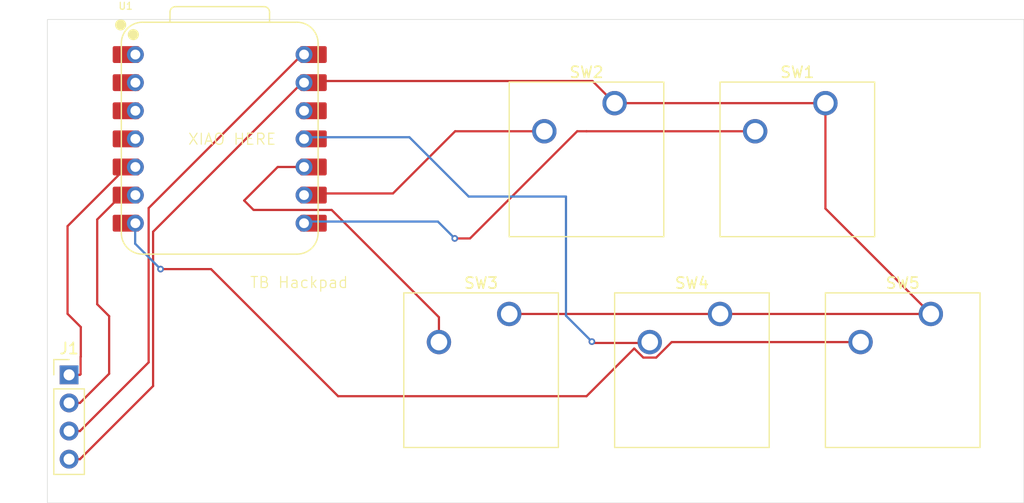
<source format=kicad_pcb>
(kicad_pcb (version 20241229) (generator "pcbnew") (generator_version "9.0")
  (layers (0 "F.Cu" signal) (2 "B.Cu" signal) (13 "F.Paste" user) (15 "B.Paste" user) (5 "F.SilkS" user "F.Silkscreen") (7 "B.SilkS" user "B.Silkscreen") (1 "F.Mask" user) (3 "B.Mask" user) (25 "Edge.Cuts" user))
  (net 0 "")
  (net 1 "GND")
  (net 2 "+5V")
  (net 3 "Net-(U1-GPIO1{slash}RX)")
  (net 4 "Net-(U1-GPIO2{slash}SCK)")
  (net 5 "Net-(U1-GPIO4{slash}MISO)")
  (net 6 "Net-(U1-GPIO3{slash}MOSI)")
  (net 12 "Net-(U1-GPIO0{slash}TX)")
  (net 13 "Net-(J1-Pin_1)")
  (net 14 "Net-(J1-Pin_2)")
  (footprint "opl:XIAO-RP2040-DIP" (layer "F.Cu") (at 108.18 35.8585)
    (property "Reference" "U1" (at -8.5 -12 0) (layer "F.SilkS") (effects (font (size 0.635 0.635) (thickness 0.1016))))
    (property "Value" "XIAO-RP2040-DIP")
    (fp_line (start -8.89 8.509) (end -8.89 -8.636) (stroke (width 0.127)) (layer "F.SilkS"))
    (fp_line (start -6.985 10.414) (end 6.985 10.414) (stroke (width 0.127)) (layer "F.SilkS"))
    (fp_line (start -4.495 -10.541) (end -4.491272 -11.451272) (stroke (width 0.127)) (layer "F.SilkS"))
    (fp_line (start -3.991272 -11.951) (end 4.004 -11.951) (stroke (width 0.127)) (layer "F.SilkS"))
    (fp_line (start 4.504 -11.451) (end 4.504 -10.541) (stroke (width 0.127)) (layer "F.SilkS"))
    (fp_line (start 6.985 -10.541) (end -6.985 -10.541) (stroke (width 0.1)) (layer "F.SilkS"))
    (fp_line (start 6.985 -10.541) (end -6.985 -10.541) (stroke (width 0.127)) (layer "F.SilkS"))
    (fp_line (start 8.89 8.509) (end 8.89 -8.636) (stroke (width 0.127)) (layer "F.SilkS"))
    (fp_arc (start -8.89 -8.636) (mid -8.332038 -9.983038) (end -6.985 -10.541) (stroke (width 0.127)) (layer "F.SilkS"))
    (fp_arc (start -6.985 10.414) (mid -8.332038 9.856038) (end -8.89 8.509) (stroke (width 0.127)) (layer "F.SilkS"))
    (fp_arc (start -4.491272 -11.451272) (mid -4.344728 -11.80464) (end -3.991272 -11.951) (stroke (width 0.127)) (layer "F.SilkS"))
    (fp_arc (start 4.004 -11.951) (mid 4.357553 -11.804553) (end 4.504 -11.451) (stroke (width 0.127)) (layer "F.SilkS"))
    (fp_arc (start 6.985 -10.541) (mid 8.332038 -9.983038) (end 8.89 -8.636) (stroke (width 0.127)) (layer "F.SilkS"))
    (fp_arc (start 8.89 8.509) (mid 8.332038 9.856038) (end 6.985 10.414) (stroke (width 0.127)) (layer "F.SilkS"))
    (fp_circle (center -8.95 -10.3) (end -8.95 -10.554) (stroke (width 0.5)) (fill yes) (layer "F.SilkS"))
    (fp_circle (center -7.807 -9.42) (end -7.807 -9.674) (stroke (width 0.5)) (fill yes) (layer "F.SilkS"))
    (pad "1" smd roundrect (at -8.455 -7.62 180) (size 2.432 1.524) (layers "F.Cu" "F.Mask") (roundrect_rratio 0.1))
    (pad "1" thru_hole circle (at -7.62 -7.62 180) (size 1.524 1.524) (drill 0.889) (layers "*.Cu" "*.Mask"))
    (pad "2" smd roundrect (at -8.455 -5.08 180) (size 2.432 1.524) (layers "F.Cu" "F.Mask") (roundrect_rratio 0.1))
    (pad "2" thru_hole circle (at -7.62 -5.08 180) (size 1.524 1.524) (drill 0.889) (layers "*.Cu" "*.Mask"))
    (pad "3" smd roundrect (at -8.455 -2.54 180) (size 2.432 1.524) (layers "F.Cu" "F.Mask") (roundrect_rratio 0.1))
    (pad "3" thru_hole circle (at -7.62 -2.54 180) (size 1.524 1.524) (drill 0.889) (layers "*.Cu" "*.Mask"))
    (pad "4" smd roundrect (at -8.455 0 180) (size 2.432 1.524) (layers "F.Cu" "F.Mask") (roundrect_rratio 0.1))
    (pad "4" thru_hole circle (at -7.62 0 180) (size 1.524 1.524) (drill 0.889) (layers "*.Cu" "*.Mask"))
    (pad "5" smd roundrect (at -8.455 2.54 180) (size 2.432 1.524) (layers "F.Cu" "F.Mask") (roundrect_rratio 0.1) (net 13 "Net-(J1-Pin_1)"))
    (pad "5" thru_hole circle (at -7.62 2.54 180) (size 1.524 1.524) (drill 0.889) (layers "*.Cu" "*.Mask") (net 13 "Net-(J1-Pin_1)"))
    (pad "6" smd roundrect (at -8.455 5.08 180) (size 2.432 1.524) (layers "F.Cu" "F.Mask") (roundrect_rratio 0.1) (net 14 "Net-(J1-Pin_2)"))
    (pad "6" thru_hole circle (at -7.62 5.08 180) (size 1.524 1.524) (drill 0.889) (layers "*.Cu" "*.Mask") (net 14 "Net-(J1-Pin_2)"))
    (pad "7" smd roundrect (at -8.455 7.62 180) (size 2.432 1.524) (layers "F.Cu" "F.Mask") (roundrect_rratio 0.1) (net 12 "Net-(U1-GPIO0{slash}TX)"))
    (pad "7" thru_hole circle (at -7.62 7.62 180) (size 1.524 1.524) (drill 0.889) (layers "*.Cu" "*.Mask") (net 12 "Net-(U1-GPIO0{slash}TX)"))
    (pad "8" thru_hole circle (at 7.62 7.62) (size 1.524 1.524) (drill 0.889) (layers "*.Cu" "*.Mask") (net 3 "Net-(U1-GPIO1{slash}RX)"))
    (pad "8" smd roundrect (at 8.455 7.62) (size 2.432 1.524) (layers "F.Cu" "F.Mask") (roundrect_rratio 0.1) (net 3 "Net-(U1-GPIO1{slash}RX)"))
    (pad "9" thru_hole circle (at 7.62 5.08) (size 1.524 1.524) (drill 0.889) (layers "*.Cu" "*.Mask") (net 4 "Net-(U1-GPIO2{slash}SCK)"))
    (pad "9" smd roundrect (at 8.455 5.08) (size 2.432 1.524) (layers "F.Cu" "F.Mask") (roundrect_rratio 0.1) (net 4 "Net-(U1-GPIO2{slash}SCK)"))
    (pad "10" thru_hole circle (at 7.62 2.54) (size 1.524 1.524) (drill 0.889) (layers "*.Cu" "*.Mask") (net 5 "Net-(U1-GPIO4{slash}MISO)"))
    (pad "10" smd roundrect (at 8.455 2.54) (size 2.432 1.524) (layers "F.Cu" "F.Mask") (roundrect_rratio 0.1) (net 5 "Net-(U1-GPIO4{slash}MISO)"))
    (pad "11" thru_hole circle (at 7.62 0) (size 1.524 1.524) (drill 0.889) (layers "*.Cu" "*.Mask") (net 6 "Net-(U1-GPIO3{slash}MOSI)"))
    (pad "11" smd roundrect (at 8.455 0) (size 2.432 1.524) (layers "F.Cu" "F.Mask") (roundrect_rratio 0.1) (net 6 "Net-(U1-GPIO3{slash}MOSI)"))
    (pad "12" thru_hole circle (at 7.62 -2.54) (size 1.524 1.524) (drill 0.889) (layers "*.Cu" "*.Mask"))
    (pad "12" smd roundrect (at 8.455 -2.54) (size 2.432 1.524) (layers "F.Cu" "F.Mask") (roundrect_rratio 0.1))
    (pad "13" thru_hole circle (at 7.62 -5.08) (size 1.524 1.524) (drill 0.889) (layers "*.Cu" "*.Mask") (net 1 "GND"))
    (pad "13" smd roundrect (at 8.455 -5.08) (size 2.432 1.524) (layers "F.Cu" "F.Mask") (roundrect_rratio 0.1) (net 1 "GND"))
    (pad "14" thru_hole circle (at 7.62 -7.62) (size 1.524 1.524) (drill 0.889) (layers "*.Cu" "*.Mask") (net 2 "+5V"))
    (pad "14" smd roundrect (at 8.455 -7.62) (size 2.432 1.524) (layers "F.Cu" "F.Mask") (roundrect_rratio 0.1) (net 2 "+5V"))
  )
  (footprint "Button_Switch_Keyboard:SW_Cherry_MX_1.00u_PCB" (layer "F.Cu") (at 162.915 32.63)
    (property "Reference" "SW1" (at -2.54 -2.794 0) (layer "F.SilkS"))
    (property "Value" "SW_Push")
    (fp_line (start -9.525 -1.905) (end 4.445 -1.905) (stroke (width 0.12)) (layer "F.SilkS"))
    (fp_line (start -9.525 12.065) (end -9.525 -1.905) (stroke (width 0.12)) (layer "F.SilkS"))
    (fp_line (start 4.445 -1.905) (end 4.445 12.065) (stroke (width 0.12)) (layer "F.SilkS"))
    (fp_line (start 4.445 12.065) (end -9.525 12.065) (stroke (width 0.12)) (layer "F.SilkS"))
    (pad "" np_thru_hole circle (at -7.62 5.08) (size 1.7 1.7) (drill 1.7) (layers "*.Cu" "*.Mask"))
    (pad "" np_thru_hole circle (at -2.54 5.08) (size 4 4) (drill 4) (layers "*.Cu" "*.Mask"))
    (pad "" np_thru_hole circle (at 2.54 5.08) (size 1.7 1.7) (drill 1.7) (layers "*.Cu" "*.Mask"))
    (pad "1" thru_hole circle (at 0 0) (size 2.2 2.2) (drill 1.5) (layers "*.Cu" "*.Mask") (net 1 "GND"))
    (pad "2" thru_hole circle (at -6.35 2.54) (size 2.2 2.2) (drill 1.5) (layers "*.Cu" "*.Mask") (net 3 "Net-(U1-GPIO1{slash}RX)"))
  )
  (footprint "Button_Switch_Keyboard:SW_Cherry_MX_1.00u_PCB" (layer "F.Cu") (at 143.865 32.63)
    (property "Reference" "SW2" (at -2.54 -2.794 0) (layer "F.SilkS"))
    (property "Value" "SW_Push")
    (fp_line (start -9.525 -1.905) (end 4.445 -1.905) (stroke (width 0.12)) (layer "F.SilkS"))
    (fp_line (start -9.525 12.065) (end -9.525 -1.905) (stroke (width 0.12)) (layer "F.SilkS"))
    (fp_line (start 4.445 -1.905) (end 4.445 12.065) (stroke (width 0.12)) (layer "F.SilkS"))
    (fp_line (start 4.445 12.065) (end -9.525 12.065) (stroke (width 0.12)) (layer "F.SilkS"))
    (pad "" np_thru_hole circle (at -7.62 5.08) (size 1.7 1.7) (drill 1.7) (layers "*.Cu" "*.Mask"))
    (pad "" np_thru_hole circle (at -2.54 5.08) (size 4 4) (drill 4) (layers "*.Cu" "*.Mask"))
    (pad "" np_thru_hole circle (at 2.54 5.08) (size 1.7 1.7) (drill 1.7) (layers "*.Cu" "*.Mask"))
    (pad "1" thru_hole circle (at 0 0) (size 2.2 2.2) (drill 1.5) (layers "*.Cu" "*.Mask") (net 1 "GND"))
    (pad "2" thru_hole circle (at -6.35 2.54) (size 2.2 2.2) (drill 1.5) (layers "*.Cu" "*.Mask") (net 4 "Net-(U1-GPIO2{slash}SCK)"))
  )
  (footprint "Button_Switch_Keyboard:SW_Cherry_MX_1.00u_PCB" (layer "F.Cu") (at 172.44 51.68)
    (property "Reference" "SW5" (at -2.54 -2.794 0) (layer "F.SilkS"))
    (property "Value" "SW_Push")
    (fp_line (start -9.525 -1.905) (end 4.445 -1.905) (stroke (width 0.12)) (layer "F.SilkS"))
    (fp_line (start -9.525 12.065) (end -9.525 -1.905) (stroke (width 0.12)) (layer "F.SilkS"))
    (fp_line (start 4.445 -1.905) (end 4.445 12.065) (stroke (width 0.12)) (layer "F.SilkS"))
    (fp_line (start 4.445 12.065) (end -9.525 12.065) (stroke (width 0.12)) (layer "F.SilkS"))
    (pad "" np_thru_hole circle (at -7.62 5.08) (size 1.7 1.7) (drill 1.7) (layers "*.Cu" "*.Mask"))
    (pad "" np_thru_hole circle (at -2.54 5.08) (size 4 4) (drill 4) (layers "*.Cu" "*.Mask"))
    (pad "" np_thru_hole circle (at 2.54 5.08) (size 1.7 1.7) (drill 1.7) (layers "*.Cu" "*.Mask"))
    (pad "1" thru_hole circle (at 0 0) (size 2.2 2.2) (drill 1.5) (layers "*.Cu" "*.Mask") (net 1 "GND"))
    (pad "2" thru_hole circle (at -6.35 2.54) (size 2.2 2.2) (drill 1.5) (layers "*.Cu" "*.Mask") (net 12 "Net-(U1-GPIO0{slash}TX)"))
  )
  (footprint "Button_Switch_Keyboard:SW_Cherry_MX_1.00u_PCB" (layer "F.Cu") (at 134.34 51.68)
    (property "Reference" "SW3" (at -2.54 -2.794 0) (layer "F.SilkS"))
    (property "Value" "SW_Push")
    (fp_line (start -9.525 -1.905) (end 4.445 -1.905) (stroke (width 0.12)) (layer "F.SilkS"))
    (fp_line (start -9.525 12.065) (end -9.525 -1.905) (stroke (width 0.12)) (layer "F.SilkS"))
    (fp_line (start 4.445 -1.905) (end 4.445 12.065) (stroke (width 0.12)) (layer "F.SilkS"))
    (fp_line (start 4.445 12.065) (end -9.525 12.065) (stroke (width 0.12)) (layer "F.SilkS"))
    (pad "" np_thru_hole circle (at -7.62 5.08) (size 1.7 1.7) (drill 1.7) (layers "*.Cu" "*.Mask"))
    (pad "" np_thru_hole circle (at -2.54 5.08) (size 4 4) (drill 4) (layers "*.Cu" "*.Mask"))
    (pad "" np_thru_hole circle (at 2.54 5.08) (size 1.7 1.7) (drill 1.7) (layers "*.Cu" "*.Mask"))
    (pad "1" thru_hole circle (at 0 0) (size 2.2 2.2) (drill 1.5) (layers "*.Cu" "*.Mask") (net 1 "GND"))
    (pad "2" thru_hole circle (at -6.35 2.54) (size 2.2 2.2) (drill 1.5) (layers "*.Cu" "*.Mask") (net 5 "Net-(U1-GPIO4{slash}MISO)"))
  )
  (footprint "Connector_PinHeader_2.54mm:PinHeader_1x04_P2.54mm_Vertical" (layer "F.Cu") (at 94.57 57.18)
    (property "Reference" "J1" (at 0 -2.38 0) (layer "F.SilkS"))
    (property "Value" "Conn_01x04_Pin")
    (fp_line (start -1.38 -1.38) (end 0 -1.38) (stroke (width 0.12)) (layer "F.SilkS"))
    (fp_line (start -1.38 0) (end -1.38 -1.38) (stroke (width 0.12)) (layer "F.SilkS"))
    (fp_line (start -1.38 1.27) (end -1.38 9) (stroke (width 0.12)) (layer "F.SilkS"))
    (fp_line (start -1.38 1.27) (end 1.38 1.27) (stroke (width 0.12)) (layer "F.SilkS"))
    (fp_line (start -1.38 9) (end 1.38 9) (stroke (width 0.12)) (layer "F.SilkS"))
    (fp_line (start 1.38 1.27) (end 1.38 9) (stroke (width 0.12)) (layer "F.SilkS"))
    (pad "1" thru_hole rect (at 0 0) (size 1.7 1.7) (drill 1) (layers "*.Cu" "*.Mask") (net 13 "Net-(J1-Pin_1)"))
    (pad "2" thru_hole circle (at 0 2.54) (size 1.7 1.7) (drill 1) (layers "*.Cu" "*.Mask") (net 14 "Net-(J1-Pin_2)"))
    (pad "3" thru_hole circle (at 0 5.08) (size 1.7 1.7) (drill 1) (layers "*.Cu" "*.Mask") (net 2 "+5V"))
    (pad "4" thru_hole circle (at 0 7.62) (size 1.7 1.7) (drill 1) (layers "*.Cu" "*.Mask") (net 1 "GND"))
  )
  (footprint "Button_Switch_Keyboard:SW_Cherry_MX_1.00u_PCB" (layer "F.Cu") (at 153.39 51.68)
    (property "Reference" "SW4" (at -2.54 -2.794 0) (layer "F.SilkS"))
    (property "Value" "SW_Push")
    (fp_line (start -9.525 -1.905) (end 4.445 -1.905) (stroke (width 0.12)) (layer "F.SilkS"))
    (fp_line (start -9.525 12.065) (end -9.525 -1.905) (stroke (width 0.12)) (layer "F.SilkS"))
    (fp_line (start 4.445 -1.905) (end 4.445 12.065) (stroke (width 0.12)) (layer "F.SilkS"))
    (fp_line (start 4.445 12.065) (end -9.525 12.065) (stroke (width 0.12)) (layer "F.SilkS"))
    (pad "" np_thru_hole circle (at -7.62 5.08) (size 1.7 1.7) (drill 1.7) (layers "*.Cu" "*.Mask"))
    (pad "" np_thru_hole circle (at -2.54 5.08) (size 4 4) (drill 4) (layers "*.Cu" "*.Mask"))
    (pad "" np_thru_hole circle (at 2.54 5.08) (size 1.7 1.7) (drill 1.7) (layers "*.Cu" "*.Mask"))
    (pad "1" thru_hole circle (at 0 0) (size 2.2 2.2) (drill 1.5) (layers "*.Cu" "*.Mask") (net 1 "GND"))
    (pad "2" thru_hole circle (at -6.35 2.54) (size 2.2 2.2) (drill 1.5) (layers "*.Cu" "*.Mask") (net 6 "Net-(U1-GPIO3{slash}MOSI)"))
  )
  (gr_rect (start 92.61125 25.07) (end 180.84875 68.745) (stroke (width 0.05)) (fill no) (layer "Edge.Cuts"))
  (gr_text "XIAO HERE" (at 105.26 36.47 0) (layer "F.SilkS") (effects (font (size 1 1) (thickness 0.1)) (justify left bottom)))
  (gr_text "TB Hackpad " (at 110.86 49.42 0) (layer "F.SilkS") (effects (font (size 1 1) (thickness 0.1)) (justify left bottom)))
  (segment (start 162.915 32.63) (end 143.865 32.63) (width 0.2) (layer "F.Cu") (net 1))
  (segment (start 172.44 51.68) (end 153.39 51.68) (width 0.2) (layer "F.Cu") (net 1))
  (segment (start 115.78 30.63) (end 116.615 30.63) (width 0.2) (layer "F.Cu") (net 1))
  (segment (start 162.915 32.63) (end 162.915 42.155) (width 0.2) (layer "F.Cu") (net 1))
  (segment (start 102.15924 44.25076) (end 115.78 30.63) (width 0.2) (layer "F.Cu") (net 1))
  (segment (start 95.55 64.8) (end 102.15924 58.19076) (width 0.2) (layer "F.Cu") (net 1))
  (segment (start 102.15924 58.19076) (end 102.15924 44.25076) (width 0.2) (layer "F.Cu") (net 1))
  (segment (start 94.57 64.8) (end 95.55 64.8) (width 0.2) (layer "F.Cu") (net 1))
  (segment (start 141.865 30.63) (end 143.865 32.63) (width 0.2) (layer "F.Cu") (net 1))
  (segment (start 153.39 51.68) (end 134.34 51.68) (width 0.2) (layer "F.Cu") (net 1))
  (segment (start 162.915 42.155) (end 172.44 51.68) (width 0.2) (layer "F.Cu") (net 1))
  (segment (start 115.78 30.63) (end 141.865 30.63) (width 0.2) (layer "F.Cu") (net 1))
  (segment (start 94.57 62.26) (end 95.55 62.26) (width 0.2) (layer "F.Cu") (net 2))
  (segment (start 101.75824 42.11176) (end 115.78 28.09) (width 0.2) (layer "F.Cu") (net 2))
  (segment (start 101.75824 56.05176) (end 101.75824 42.11176) (width 0.2) (layer "F.Cu") (net 2))
  (segment (start 95.55 62.26) (end 101.75824 56.05176) (width 0.2) (layer "F.Cu") (net 2))
  (segment (start 140.48347 35.17) (end 130.79972 44.85375) (width 0.2) (layer "F.Cu") (net 3))
  (segment (start 130.79972 44.85375) (end 129.41875 44.85375) (width 0.2) (layer "F.Cu") (net 3))
  (segment (start 156.565 35.17) (end 141.325 35.17) (width 0.2) (layer "F.Cu") (net 3))
  (segment (start 141.325 35.17) (end 140.48347 35.17) (width 0.2) (layer "F.Cu") (net 3))
  (via (at 129.41875 44.85375) (size 0.6) (drill 0.3) (layers "F.Cu" "B.Cu") (net 3))
  (segment (start 115.78 43.33) (end 127.895 43.33) (width 0.2) (layer "B.Cu") (net 3))
  (segment (start 127.895 43.33) (end 129.41875 44.85375) (width 0.2) (layer "B.Cu") (net 3))
  (segment (start 116.393626 40.79) (end 115.78 40.79) (width 0.2) (layer "F.Cu") (net 4))
  (segment (start 137.515 35.17) (end 129.45375 35.17) (width 0.2) (layer "F.Cu") (net 4))
  (segment (start 123.83375 40.79) (end 116.615 40.79) (width 0.2) (layer "F.Cu") (net 4))
  (segment (start 129.45375 35.17) (end 123.83375 40.79) (width 0.2) (layer "F.Cu") (net 4))
  (segment (start 111.24 42.28) (end 110.39 41.43) (width 0.2) (layer "F.Cu") (net 5))
  (segment (start 113.4215 38.3985) (end 115.8 38.3985) (width 0.2) (layer "F.Cu") (net 5))
  (segment (start 118.297626 42.28) (end 111.24 42.28) (width 0.2) (layer "F.Cu") (net 5))
  (segment (start 127.99 51.972374) (end 118.297626 42.28) (width 0.2) (layer "F.Cu") (net 5))
  (segment (start 127.99 54.22) (end 127.99 51.972374) (width 0.2) (layer "F.Cu") (net 5))
  (segment (start 110.39 41.43) (end 113.4215 38.3985) (width 0.2) (layer "F.Cu") (net 5))
  (segment (start 141.93 54.3) (end 141.81 54.18) (width 0.2) (layer "F.Cu") (net 6))
  (segment (start 146.96 54.3) (end 141.93 54.3) (width 0.2) (layer "F.Cu") (net 6))
  (segment (start 147.04 54.22) (end 146.96 54.3) (width 0.2) (layer "F.Cu") (net 6))
  (via (at 141.81 54.18) (size 0.6) (drill 0.3) (layers "F.Cu" "B.Cu") (net 6))
  (segment (start 141.81 54.18) (end 139.47 51.84) (width 0.2) (layer "B.Cu") (net 6))
  (segment (start 139.47 41.07) (end 130.68 41.07) (width 0.2) (layer "B.Cu") (net 6))
  (segment (start 130.68 41.07) (end 125.32 35.71) (width 0.2) (layer "B.Cu") (net 6))
  (segment (start 139.47 51.84) (end 139.47 41.07) (width 0.2) (layer "B.Cu") (net 6))
  (segment (start 125.32 35.71) (end 115.78 35.71) (width 0.2) (layer "B.Cu") (net 6))
  (segment (start 141.328314 59.111) (end 118.8805 59.111) (width 0.2) (layer "F.Cu") (net 12))
  (segment (start 149.021314 54.22) (end 147.620314 55.621) (width 0.2) (layer "F.Cu") (net 12))
  (segment (start 145.639 54.800314) (end 141.328314 59.111) (width 0.2) (layer "F.Cu") (net 12))
  (segment (start 146.459686 55.621) (end 145.639 54.800314) (width 0.2) (layer "F.Cu") (net 12))
  (segment (start 166.09 54.22) (end 149.021314 54.22) (width 0.2) (layer "F.Cu") (net 12))
  (segment (start 107.3945 47.625) (end 102.835 47.625) (width 0.2) (layer "F.Cu") (net 12))
  (segment (start 118.8805 59.111) (end 107.3945 47.625) (width 0.2) (layer "F.Cu") (net 12))
  (segment (start 147.620314 55.621) (end 146.459686 55.621) (width 0.2) (layer "F.Cu") (net 12))
  (via (at 102.835 47.625) (size 0.6) (drill 0.3) (layers "F.Cu" "B.Cu") (net 12))
  (segment (start 100.54 45.33) (end 100.54 43.33) (width 0.2) (layer "B.Cu") (net 12))
  (segment (start 102.835 47.625) (end 100.54 45.33) (width 0.2) (layer "B.Cu") (net 12))
  (segment (start 95.6275 52.86096) (end 94.43 51.66346) (width 0.2) (layer "F.Cu") (net 13))
  (segment (start 95.6275 55.54) (end 95.6275 52.86096) (width 0.2) (layer "F.Cu") (net 13))
  (segment (start 94.43 43.746374) (end 99.926374 38.25) (width 0.2) (layer "F.Cu") (net 13))
  (segment (start 99.926374 38.25) (end 100.54 38.25) (width 0.2) (layer "F.Cu") (net 13))
  (segment (start 94.57 57.18) (end 95.55 57.18) (width 0.2) (layer "F.Cu") (net 13))
  (segment (start 95.55 57.18) (end 95.61 57.12) (width 0.2) (layer "F.Cu") (net 13))
  (segment (start 95.61 55.5575) (end 95.6275 55.54) (width 0.2) (layer "F.Cu") (net 13))
  (segment (start 94.43 51.66346) (end 94.43 43.746374) (width 0.2) (layer "F.Cu") (net 13))
  (segment (start 95.61 57.12) (end 95.61 55.5575) (width 0.2) (layer "F.Cu") (net 13))
  (segment (start 98.188 51.878) (end 97.11 50.8) (width 0.2) (layer "F.Cu") (net 14))
  (segment (start 97.11 50.8) (end 97.11 43.14237) (width 0.2) (layer "F.Cu") (net 14))
  (segment (start 97.11 43.14237) (end 99.46237 40.79) (width 0.2) (layer "F.Cu") (net 14))
  (segment (start 94.57 59.72) (end 95.55 59.72) (width 0.2) (layer "F.Cu") (net 14))
  (segment (start 99.46237 40.79) (end 100.54 40.79) (width 0.2) (layer "F.Cu") (net 14))
  (segment (start 98.188 57.082) (end 98.188 51.878) (width 0.2) (layer "F.Cu") (net 14))
  (segment (start 95.55 59.72) (end 98.188 57.082) (width 0.2) (layer "F.Cu") (net 14))
)
</source>
